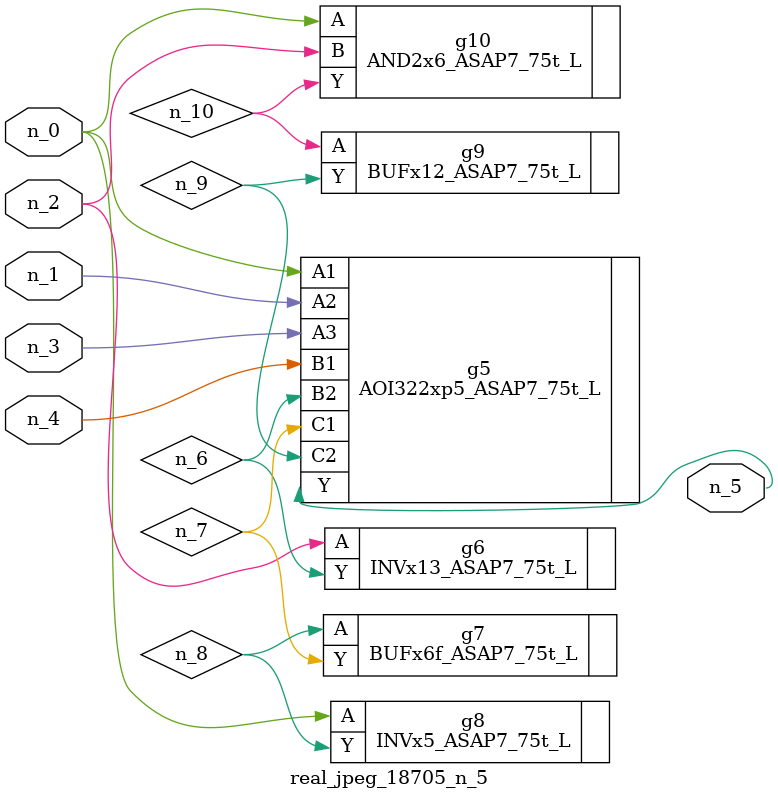
<source format=v>
module real_jpeg_18705_n_5 (n_4, n_0, n_1, n_2, n_3, n_5);

input n_4;
input n_0;
input n_1;
input n_2;
input n_3;

output n_5;

wire n_8;
wire n_6;
wire n_7;
wire n_10;
wire n_9;

AOI322xp5_ASAP7_75t_L g5 ( 
.A1(n_0),
.A2(n_1),
.A3(n_3),
.B1(n_4),
.B2(n_6),
.C1(n_7),
.C2(n_9),
.Y(n_5)
);

INVx5_ASAP7_75t_L g8 ( 
.A(n_0),
.Y(n_8)
);

AND2x6_ASAP7_75t_L g10 ( 
.A(n_0),
.B(n_2),
.Y(n_10)
);

INVx13_ASAP7_75t_L g6 ( 
.A(n_2),
.Y(n_6)
);

BUFx6f_ASAP7_75t_L g7 ( 
.A(n_8),
.Y(n_7)
);

BUFx12_ASAP7_75t_L g9 ( 
.A(n_10),
.Y(n_9)
);


endmodule
</source>
